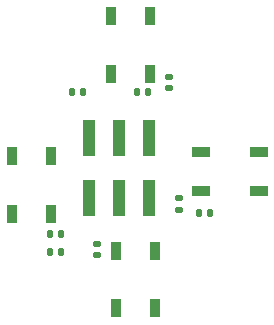
<source format=gbr>
%TF.GenerationSoftware,KiCad,Pcbnew,8.0.0*%
%TF.CreationDate,2024-03-08T01:19:46-06:00*%
%TF.ProjectId,SAO_2024,53414f5f-3230-4323-942e-6b696361645f,rev?*%
%TF.SameCoordinates,Original*%
%TF.FileFunction,Soldermask,Bot*%
%TF.FilePolarity,Negative*%
%FSLAX46Y46*%
G04 Gerber Fmt 4.6, Leading zero omitted, Abs format (unit mm)*
G04 Created by KiCad (PCBNEW 8.0.0) date 2024-03-08 01:19:46*
%MOMM*%
%LPD*%
G01*
G04 APERTURE LIST*
G04 Aperture macros list*
%AMRoundRect*
0 Rectangle with rounded corners*
0 $1 Rounding radius*
0 $2 $3 $4 $5 $6 $7 $8 $9 X,Y pos of 4 corners*
0 Add a 4 corners polygon primitive as box body*
4,1,4,$2,$3,$4,$5,$6,$7,$8,$9,$2,$3,0*
0 Add four circle primitives for the rounded corners*
1,1,$1+$1,$2,$3*
1,1,$1+$1,$4,$5*
1,1,$1+$1,$6,$7*
1,1,$1+$1,$8,$9*
0 Add four rect primitives between the rounded corners*
20,1,$1+$1,$2,$3,$4,$5,0*
20,1,$1+$1,$4,$5,$6,$7,0*
20,1,$1+$1,$6,$7,$8,$9,0*
20,1,$1+$1,$8,$9,$2,$3,0*%
G04 Aperture macros list end*
%ADD10R,1.000000X3.150000*%
%ADD11RoundRect,0.140000X-0.170000X0.140000X-0.170000X-0.140000X0.170000X-0.140000X0.170000X0.140000X0*%
%ADD12RoundRect,0.140000X0.140000X0.170000X-0.140000X0.170000X-0.140000X-0.170000X0.140000X-0.170000X0*%
%ADD13RoundRect,0.140000X0.170000X-0.140000X0.170000X0.140000X-0.170000X0.140000X-0.170000X-0.140000X0*%
%ADD14RoundRect,0.140000X-0.140000X-0.170000X0.140000X-0.170000X0.140000X0.170000X-0.140000X0.170000X0*%
%ADD15R,0.900000X1.500000*%
%ADD16R,1.500000X0.900000*%
G04 APERTURE END LIST*
D10*
%TO.C,J2*%
X137060000Y-135105000D03*
X137060000Y-140155000D03*
X139600000Y-135105000D03*
X139600000Y-140155000D03*
X142140000Y-135105000D03*
X142140000Y-140155000D03*
%TD*%
D11*
%TO.C,C2*%
X143880000Y-129890000D03*
X143880000Y-130850000D03*
%TD*%
D12*
%TO.C,C1*%
X142120000Y-131210000D03*
X141160000Y-131210000D03*
%TD*%
D13*
%TO.C,C8*%
X144730000Y-141120000D03*
X144730000Y-140160000D03*
%TD*%
%TO.C,C6*%
X137760000Y-145000000D03*
X137760000Y-144040000D03*
%TD*%
D14*
%TO.C,C7*%
X146390000Y-141430000D03*
X147350000Y-141430000D03*
%TD*%
%TO.C,C3*%
X133780000Y-144750000D03*
X134740000Y-144750000D03*
%TD*%
D12*
%TO.C,C4*%
X136620000Y-131140000D03*
X135660000Y-131140000D03*
%TD*%
D14*
%TO.C,C5*%
X133770000Y-143190000D03*
X134730000Y-143190000D03*
%TD*%
D15*
%TO.C,D5*%
X142250000Y-129670000D03*
X138950000Y-129670000D03*
X138950000Y-124770000D03*
X142250000Y-124770000D03*
%TD*%
D16*
%TO.C,D8*%
X146570000Y-139530000D03*
X146570000Y-136230000D03*
X151470000Y-136230000D03*
X151470000Y-139530000D03*
%TD*%
D15*
%TO.C,D6*%
X139420000Y-144590000D03*
X142720000Y-144590000D03*
X142720000Y-149490000D03*
X139420000Y-149490000D03*
%TD*%
%TO.C,D3*%
X133870000Y-141520000D03*
X130570000Y-141520000D03*
X130570000Y-136620000D03*
X133870000Y-136620000D03*
%TD*%
M02*

</source>
